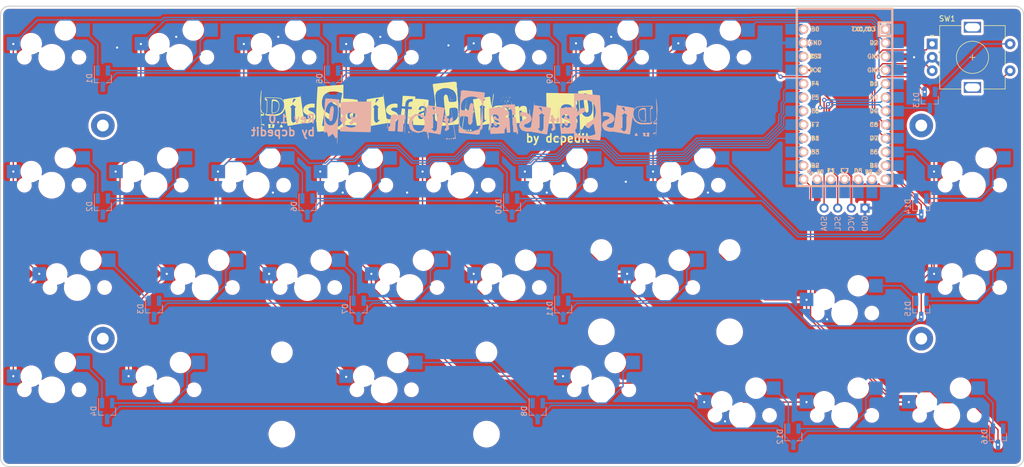
<source format=kicad_pcb>
(kicad_pcb (version 20211014) (generator pcbnew)
  (layers (0 "F.Cu" signal) (31 "B.Cu" signal) (34 "B.Paste" user) (35 "F.Paste" user) (36 "B.SilkS" user "B.Silkscreen") (37 "F.SilkS" user "F.Silkscreen") (38 "B.Mask" user) (39 "F.Mask" user) (44 "Edge.Cuts" user))
  (net 0 "")
  (net 1 "Net-(D1-Pad1)")
  (net 2 "Net-(D1-Pad2)")
  (net 3 "Row0")
  (net 4 "Net-(D2-Pad1)")
  (net 5 "Net-(D2-Pad2)")
  (net 6 "Row1")
  (net 7 "Net-(D3-Pad1)")
  (net 8 "Net-(D3-Pad2)")
  (net 9 "Row2")
  (net 10 "Net-(D4-Pad1)")
  (net 11 "Net-(D4-Pad2)")
  (net 12 "Row3")
  (net 13 "Net-(D5-Pad1)")
  (net 14 "Net-(D5-Pad2)")
  (net 15 "Net-(D6-Pad1)")
  (net 16 "Net-(D6-Pad2)")
  (net 17 "Net-(D7-Pad1)")
  (net 18 "Net-(D7-Pad2)")
  (net 19 "Net-(D8-Pad1)")
  (net 20 "Net-(D8-Pad2)")
  (net 21 "Net-(D9-Pad2)")
  (net 22 "Net-(D9-Pad1)")
  (net 23 "Net-(D10-Pad1)")
  (net 24 "Net-(D10-Pad2)")
  (net 25 "Net-(D11-Pad1)")
  (net 26 "Net-(D11-Pad2)")
  (net 27 "Net-(D12-Pad1)")
  (net 28 "Net-(D12-Pad2)")
  (net 29 "Net-(D13-Pad1)")
  (net 30 "Net-(D13-Pad2)")
  (net 31 "Net-(D14-Pad2)")
  (net 32 "Net-(D14-Pad1)")
  (net 33 "Net-(D15-Pad1)")
  (net 34 "Net-(D15-Pad2)")
  (net 36 "Net-(D16-Pad1)")
  (net 37 "GND")
  (net 38 "+5V")
  (net 39 "SCL")
  (net 40 "SDA")
  (net 41 "Col0")
  (net 42 "Col1")
  (net 43 "Col2")
  (net 44 "Col3")
  (net 45 "Col4")
  (net 46 "Col5")
  (net 47 "Col6")
  (net 48 "Col7")
  (net 49 "ENB")
  (net 50 "ENA")
  (footprint "MX_Only:MXOnly-1U-Hotswap" (layer "F.Cu") (at 61.9125 47.625)
    (fp_text reference "MX21")
    (fp_text value "MX-NoLED")
  )
  (footprint "MountingHole:MountingHole_2.2mm_M2_Pad" (layer "F.Cu") (at 33.3375 76.2)
    (fp_text reference "H2" hide)
    (fp_text value "MountingHole")
  )
  (footprint "MX_Only:MXOnly-1U-Hotswap" (layer "F.Cu") (at 90.4875 66.675)
    (fp_text reference "MX32")
    (fp_text value "MX-NoLED")
  )
  (footprint "MX_Only:MXOnly-1U-Hotswap" (layer "F.Cu") (at 47.625 23.8125)
    (fp_text reference "MX10")
    (fp_text value "MX-NoLED")
  )
  (footprint "MX_Only:MXOnly-1U-Hotswap" (layer "F.Cu") (at 52.3875 66.675)
    (fp_text reference "MX12")
    (fp_text value "MX-NoLED")
  )
  (footprint "MountingHole:MountingHole_2.2mm_M2_Pad" (layer "F.Cu") (at 185.7375 36.5125)
    (fp_text reference "H3" hide)
    (fp_text value "MountingHole")
  )
  (footprint "MX_Only:MXOnly-1U-Hotswap" (layer "F.Cu") (at 109.5375 23.8125)
    (fp_text reference "MX40")
    (fp_text value "MX-NoLED")
  )
  (footprint "Rotary_Encoder:RotaryEncoder_Alps_EC11E-Switch_Vertical_H20mm" (layer "F.Cu") (at 187.76875 21.3125)
    (fp_text reference "SW1")
    (fp_text value "Rotary_Encoder_Switch")
  )
  (footprint "dissat:logo" (layer "F.Cu") (at 93.6625 33.3375)
    (fp_text reference "G***" hide)
    (fp_text value "LOGO" hide)
  )
  (footprint "MX_Only:MXOnly-1U-Hotswap" (layer "F.Cu") (at 23.8125 47.625)
    (fp_text reference "MX01")
    (fp_text value "MX-NoLED")
  )
  (footprint "MX_Only:MXOnly-1U-Hotswap" (layer "F.Cu") (at 71.4375 66.675)
    (fp_text reference "MX22")
    (fp_text value "MX-NoLED")
  )
  (footprint "MX_Only:MXOnly-3U-Hotswap" (layer "F.Cu") (at 85.725 85.725)
    (fp_text reference "MX23")
    (fp_text value "MX-NoLED")
  )
  (footprint "MX_Only:MXOnly-1U-Hotswap" (layer "F.Cu") (at 85.725 23.8125)
    (fp_text reference "MX30")
    (fp_text value "MX-NoLED")
  )
  (footprint "MX_Only:MXOnly-1U-Hotswap" (layer "F.Cu") (at 109.5375 66.675)
    (fp_text reference "MX42")
    (fp_text value "MX-NoLED")
  )
  (footprint "MX_Only:MXOnly-1U-Hotswap" (layer "F.Cu") (at 190.5 90.4875)
    (fp_text reference "MX63")
    (fp_text value "MX-NoLED")
  )
  (footprint "MX_Only:MXOnly-1U-Hotswap" (layer "F.Cu") (at 80.9625 47.625)
    (fp_text reference "MX31")
    (fp_text value "MX-NoLED")
  )
  (footprint "MountingHole:MountingHole_2.2mm_M2_Pad" (layer "F.Cu") (at 185.7375 76.2)
    (fp_text reference "H4" hide)
    (fp_text value "MountingHole")
  )
  (footprint "MX_Only:MXOnly-1U-Hotswap" (layer "F.Cu") (at 66.675 23.8125)
    (fp_text reference "MX20")
    (fp_text value "MX-NoLED")
  )
  (footprint "MX_Only:MXOnly-1U-Hotswap" (layer "F.Cu") (at 195.2625 47.625)
    (fp_text reference "MX71")
    (fp_text value "MX-NoLED")
  )
  (footprint "MX_Only:MXOnly-1.5U-Hotswap" (layer "F.Cu") (at 142.875 47.625)
    (fp_text reference "MX61")
    (fp_text value "MX-NoLED")
  )
  (footprint "MX_Only:MXOnly-1U-Hotswap" (layer "F.Cu") (at 100.0125 47.625)
    (fp_text reference "MX41")
    (fp_text value "MX-NoLED")
  )
  (footprint "MX_Only:MXOnly-1U-Hotswap" (layer "F.Cu") (at 42.8625 47.625)
    (fp_text reference "MX11")
    (fp_text value "MX-NoLED")
  )
  (footprint "MX_Only:MXOnly-1.25U-Hotswap" (layer "F.Cu") (at 126.20625 85.725)
    (fp_text reference "MX33")
    (fp_text value "MX-NoLED")
  )
  (footprint "MX_Only:MXOnly-1U-Hotswap" (layer "F.Cu") (at 23.8125 23.8125)
    (fp_text reference "MX00")
    (fp_text value "MX-NoLED")
  )
  (footprint "MX_Only:MXOnly-1U-Hotswap" (layer "F.Cu") (at 147.6375 23.8125)
    (fp_text reference "MX60")
    (fp_text value "MX-NoLED")
  )
  (footprint "MX_Only:MXOnly-1U-Hotswap" (layer "F.Cu") (at 23.8125 85.725)
    (fp_text reference "MX03")
    (fp_text value "MX-NoLED")
  )
  (footprint "MX_Only:MXOnly-1U-Hotswap" (layer "F.Cu") (at 171.45 90.4875)
    (fp_text reference "MX53")
    (fp_text value "MX-NoLED")
  )
  (footprint "MX_Only:MXOnly-1U-Hotswap" (layer "F.Cu") (at 152.4 90.4875)
    (fp_text reference "MX43")
    (fp_text value "MX-NoLED")
  )
  (footprint "MX_Only:MXOnly-1U-Hotswap" (layer "F.Cu") (at 119.0625 47.625)
    (fp_text reference "MX51")
    (fp_text value "MX-NoLED")
  )
  (footprint "MX_Only:MXOnly-1U-Hotswap" (layer "F.Cu") (at 195.2625 66.675)
    (fp_text reference "MX72")
    (fp_text value "MX-NoLED")
  )
  (footprint "MX_Only:MXOnly-1U-Hotswap" (layer "F.Cu") (at 128.5875 23.8125)
    (fp_text reference "MX50")
    (fp_text value "MX-NoLED")
  )
  (footprint "MX_Only:MXOnly-2U-Hotswap" (layer "F.Cu") (at 138.1125 66.675)
    (fp_text reference "MX52")
    (fp_text value "MX-NoLED")
  )
  (footprint "MX_Only:MXOnly-1.25U-Hotswap" (layer "F.Cu") (at 45.24375 85.725)
    (fp_text reference "MX13")
    (fp_text value "MX-NoLED")
  )
  (footprint "Custom_Footprints:SSD1306_OLED" (layer "F.Cu") (at 171.45 34.13125 90)
    (fp_text reference "J1")
    (fp_text value "OLED")
  )
  (footprint "MX_Only:MXOnly-1U-Hotswap" (layer "F.Cu") (at 171.45 71.4375)
    (fp_text reference "MX62")
    (fp_text value "MX-NoLED")
  )
  (footprint "MX_Only:MXOnly-1.5U-Hotswap" (layer "F.Cu") (at 28.575 66.675)
    (fp_text reference "MX02")
    (fp_text value "MX-NoLED")
  )
  (footprint "MountingHole:MountingHole_2.2mm_M2_Pad" (layer "F.Cu") (at 33.3375 36.5125)
    (fp_text reference "H1" hide)
    (fp_text value "MountingHole")
  )
  (footprint "Keebio-Parts:SOT-23_Handsoldering" (layer "B.Cu") (at 34.13125 89.69375 -90)
    (fp_text reference "D4")
    (fp_text value "BAV70")
  )
  (footprint "Keebio-Parts:SOT-23_Handsoldering" (layer "B.Cu") (at 114.3 89.69375 -90)
    (fp_text reference "D8")
    (fp_text value "BAV70")
  )
  (footprint "Keebio-Parts:Elite-C-castellated-29pin-holes" (layer "B.Cu") (at 171.45 32.54375 -90)
    (fp_text reference "U1" hide)
    (fp_text value "Elite-C" hide)
  )
  (footprint "Keebio-Parts:SOT-23_Handsoldering" (layer "B.Cu") (at 119.0625 27.78125 -90)
    (fp_text reference "D9")
    (fp_text value "BAV70")
  )
  (footprint "Keebio-Parts:SOT-23_Handsoldering" (layer "B.Cu") (at 76.2 27.78125 -90)
    (fp_text reference "D5")
    (fp_text value "BAV70")
  )
  (footprint "Keebio-Parts:SOT-23_Handsoldering" (layer "B.Cu") (at 187.325 31.75 -90)
    (fp_text reference "D13")
    (fp_text value "BAV70")
  )
  (footprint "Keebio-Parts:SOT-23_Handsoldering" (layer "B.Cu") (at 42.8625 70.64375 -90)
    (fp_text reference "D3")
    (fp_text value "BAV70")
  )
  (footprint "Keebio-Parts:SOT-23_Handsoldering" (layer "B.Cu") (at 80.9625 70.64375 -90)
    (fp_text reference "D7")
    (fp_text value "BAV70")
  )
  (footprint "dissat:logo" (layer "B.Cu") (at 105.56875 34.925 180)
    (fp_text reference "G***" hide)
    (fp_text value "LOGO" hide)
  )
  (footprint "Keebio-Parts:SOT-23_Handsoldering" (layer "B.Cu") (at 71.4375 51.59375 -90)
    (fp_text reference "D6")
    (fp_text value "BAV70")
  )
  (footprint "Keebio-Parts:SOT-23_Handsoldering" (layer "B.Cu") (at 200.025 94.45625 -90)
    (fp_text reference "D16")
    (fp_text value "BAV70")
  )
  (footprint "Keebio-Parts:SOT-23_Handsoldering" (layer "B.Cu") (at 185.7375 70.64375 -90)
    (fp_text reference "D15")
    (fp_text value "BAV70")
  )
  (footprint "Keebio-Parts:SOT-23_Handsoldering" (layer "B.Cu") (at 161.925 94.45625 -90)
    (fp_text reference "D12")
    (fp_text value "BAV70")
  )
  (footprint "Keebio-Parts:SOT-23_Handsoldering" (layer "B.Cu") (at 33.3375 51.59375 -90)
    (fp_text reference "D2")
    (fp_text value "BAV70")
  )
  (footprint "Keebio-Parts:SOT-23_Handsoldering" (layer "B.Cu") (at 33.3375 27.78125 -90)
    (fp_text reference "D1")
    (fp_text value "BAV70")
  )
  (footprint "Keebio-Parts:SOT-23_Handsoldering" (layer "B.Cu") (at 185.7375 51.59375 -90)
    (fp_text reference "D14")
    (fp_text value "BAV70")
  )
  (footprint "Keebio-Parts:SOT-23_Handsoldering" (layer "B.Cu") (at 119.0625 70.64375 -90)
    (fp_text reference "D11")
    (fp_text value "BAV70")
  )
  (footprint "Keebio-Parts:SOT-23_Handsoldering" (layer "B.Cu") (at 109.5375 51.59375 -90)
    (fp_text reference "D10")
    (fp_text value "BAV70")
  )
  (gr_line (start 204.7875 15.875) (end 204.7875 98.425) (layer "Edge.Cuts") (width 0.2))
  (gr_line (start 203.2 14.2875) (end 15.875 14.2875) (layer "Edge.Cuts") (width 0.2))
  (gr_arc (start 15.875 100.0125) (mid 14.752468 99.547532) (end 14.2875 98.425) (layer "Edge.Cuts") (width 0.2))
  (gr_arc (start 204.7875 98.425) (mid 204.322532 99.547532) (end 203.2 100.0125) (layer "Edge.Cuts") (width 0.2))
  (gr_line (start 15.875 100.0125) (end 203.2 100.0125) (layer "Edge.Cuts") (width 0.2))
  (gr_arc (start 14.2875 15.875) (mid 14.752468 14.752468) (end 15.875 14.2875) (layer "Edge.Cuts") (width 0.2))
  (gr_arc (start 203.2 14.2875) (mid 204.322532 14.752468) (end 204.7875 15.875) (layer "Edge.Cuts") (width 0.2))
  (gr_line (start 14.2875 15.875) (end 14.2875 98.425) (layer "Edge.Cuts") (width 0.2))
  (gr_text "Rev 1.0\nby dcpedit" (at 73.025 36.5125) (layer "B.SilkS") (effects (font (size 1.5 1.5) (thickness 0.3)) (justify left mirror)))
  (gr_text "by dcpedit" (at 111.91875 38.89375) (layer "F.SilkS") (effects (font (size 1.5 1.5) (thickness 0.3)) (justify left)))
  (segment (start 32.3875 21.4655) (end 32.3875 26.28125) (width 0.25) (layer "B.Cu") (net 1))
  (segment (start 29.6545 18.7325) (end 32.3875 21.4655) (width 0.25) (layer "B.Cu") (net 1))
  (segment (start 51.455479 23.331475) (end 51.455479 20.744021) (width 0.25) (layer "B.Cu") (net 2))
  (segment (start 51.455479 20.744021) (end 53.467 18.7325) (width 0.25) (layer "B.Cu") (net 2))
  (segment (start 48.505704 26.28125) (end 51.455479 23.331475) (width 0.25) (layer "B.Cu") (net 2))
  (segment (start 34.2875 26.28125) (end 48.505704 26.28125) (width 0.25) (layer "B.Cu") (net 2))
  (segment (start 166.9155 27.912098) (end 166.9155 33.147) (width 0.25) (layer "F.Cu") (net 3))
  (segment (start 166.435402 27.432) (end 166.9155 27.912098) (width 0.25) (layer "F.Cu") (net 3))
  (segment (start 159.54375 27.432) (end 166.435402 27.432) (width 0.25) (layer "F.Cu") (net 3))
  (via (at 159.54375 27.432) (size 0.8) (drill 0.4) (layers "F.Cu" "B.Cu") (net 3))
  (via (at 166.9155 33.147) (size 0.8) (drill 0.4) (layers "F.Cu" "B.Cu") (net 3))
  (segment (start 121.61298 26.73077) (end 151.06923 26.73077) (width 0.25) (layer "B.Cu") (net 3))
  (segment (start 169.270555 32.64904) (end 177.90529 32.64904) (width 0.25) (layer "B.Cu") (net 3))
  (segment (start 73.64952 26.73077) (end 35.88798 26.73077) (width 0.25) (layer "B.Cu") (net 3))
  (segment (start 168.664602 33.254992) (end 169.047672 32.871922) (width 0.25) (layer "B.Cu") (net 3))
  (segment (start 119.0625 29.28125) (end 121.61298 26.73077) (width 0.25) (layer "B.Cu") (net 3))
  (segment (start 179.63375 33.25) (end 179.07 33.81375) (width 0.25) (layer "B.Cu") (net 3))
  (segment (start 167.023492 33.254992) (end 168.664602 33.254992) (width 0.25) (layer "B.Cu") (net 3))
  (segment (start 177.90529 32.64904) (end 179.07 33.81375) (width 0.25) (layer "B.Cu") (net 3))
  (segment (start 187.325 33.25) (end 179.63375 33.25) (width 0.25) (layer "B.Cu") (net 3))
  (segment (start 169.047672 32.871922) (end 169.270555 32.64904) (width 0.25) (layer "B.Cu") (net 3))
  (segment (start 151.06923 26.73077) (end 155.92152 26.73077) (width 0.25) (layer "B.Cu") (net 3))
  (segment (start 155.92152 26.73077) (end 158.84252 26.73077) (width 0.25) (layer "B.Cu") (net 3))
  (segment (start 78.75048 26.73077) (end 76.2 29.28125) (width 0.25) (layer "B.Cu") (net 3))
  (segment (start 158.84252 26.73077) (end 159.54375 27.432) (width 0.25) (layer "B.Cu") (net 3))
  (segment (start 119.0625 29.28125) (end 116.51202 26.73077) (width 0.25) (layer "B.Cu") (net 3))
  (segment (start 116.51202 26.73077) (end 78.75048 26.73077) (width 0.25) (layer "B.Cu") (net 3))
  (segment (start 35.88798 26.73077) (end 33.3375 29.28125) (width 0.25) (layer "B.Cu") (net 3))
  (segment (start 166.9155 33.147) (end 167.023492 33.254992) (width 0.25) (layer "B.Cu") (net 3))
  (segment (start 76.2 29.28125) (end 73.64952 26.73077) (width 0.25) (layer "B.Cu") (net 3))
  (segment (start 32.3875 45.278) (end 32.3875 50.09375) (width 0.25) (layer "B.Cu") (net 4))
  (segment (start 29.6545 42.545) (end 32.3875 45.278) (width 0.25) (layer "B.Cu") (net 4))
  (segment (start 43.743204 50.09375) (end 46.89475 46.942204) (width 0.25) (layer "B.Cu") (net 5))
  (segment (start 34.2875 50.09375) (end 43.743204 50.09375) (width 0.25) (layer "B.Cu") (net 5))
  (segment (start 46.89475 44.35475) (end 48.7045 42.545) (width 0.25) (layer "B.Cu") (net 5))
  (segment (start 46.89475 46.942204) (end 46.89475 44.35475) (width 0.25) (layer "B.Cu") (net 5))
  (segment (start 185.7375 53.09375) (end 185.7375 51.276968) (width 0.25) (layer "F.Cu") (net 6))
  (segment (start 180.974282 46.51375) (end 179.07 46.51375) (width 0.25) (layer "F.Cu") (net 6))
  (segment (start 185.7375 51.276968) (end 180.974282 46.51375) (width 0.25) (layer "F.Cu") (net 6))
  (via (at 185.7375 53.09375) (size 0.8) (drill 0.4) (layers "F.Cu" "B.Cu") (net 6))
  (segment (start 178.298447 57.21852) (end 162.754802 57.21852) (width 0.25) (layer "B.Cu") (net 6))
  (segment (start 106.98702 50.54327) (end 73.98798 50.54327) (width 0.25) (layer "B.Cu") (net 6))
  (segment (start 162.754802 57.21852) (end 156.079552 50.54327) (width 0.25) (layer "B.Cu") (net 6))
  (segment (start 109.5375 53.09375) (end 106.98702 50.54327) (width 0.25) (layer "B.Cu") (net 6))
  (segment (start 112.08798 50.54327) (end 109.5375 53.09375) (width 0.25) (layer "B.Cu") (net 6))
  (segment (start 185.7375 53.09375) (end 182.423218 53.09375) (width 0.25) (layer "B.Cu") (net 6))
  (segment (start 35.88798 50.54327) (end 33.3375 53.09375) (width 0.25) (layer "B.Cu") (net 6))
  (segment (start 71.4375 53.09375) (end 68.88702 50.54327) (width 0.25) (layer "B.Cu") (net 6))
  (segment (start 68.88702 50.54327) (end 35.88798 50.54327) (width 0.25) (layer "B.Cu") (net 6))
  (segment (start 73.98798 50.54327) (end 71.4375 53.09375) (width 0.25) (layer "B.Cu") (net 6))
  (segment (start 182.423218 53.09375) (end 178.298447 57.21852) (width 0.25) (layer "B.Cu") (net 6))
  (segment (start 156.079552 50.54327) (end 112.08798 50.54327) (width 0.25) (layer "B.Cu") (net 6))
  (segment (start 34.417 61.64825) (end 41.9125 69.14375) (width 0.25) (layer "B.Cu") (net 7))
  (segment (start 34.417 61.595) (end 34.417 61.64825) (width 0.25) (layer "B.Cu") (net 7))
  (segment (start 56.217979 66.193975) (end 56.217979 63.606521) (width 0.25) (layer "B.Cu") (net 8))
  (segment (start 43.8125 69.14375) (end 53.268204 69.14375) (width 0.25) (layer "B.Cu") (net 8))
  (segment (start 56.217979 63.606521) (end 58.2295 61.595) (width 0.25) (layer "B.Cu") (net 8))
  (segment (start 53.268204 69.14375) (end 56.217979 66.193975) (width 0.25) (layer "B.Cu") (net 8))
  (segment (start 187.66923 63.559906) (end 187.66923 52.57298) (width 0.25) (layer "F.Cu") (net 9))
  (segment (start 185.7375 65.491636) (end 187.66923 63.559906) (width 0.25) (layer "F.Cu") (net 9))
  (segment (start 187.66923 52.57298) (end 179.07 43.97375) (width 0.25) (layer "F.Cu") (net 9))
  (segment (start 185.7375 72.14375) (end 185.7375 65.491636) (width 0.25) (layer "F.Cu") (net 9))
  (via (at 185.7375 72.14375) (size 0.8) (drill 0.4) (layers "F.Cu" "B.Cu") (net 9))
  (segment (start 184.0625 73.81875) (end 185.7375 72.14375) (width 0.25) (layer "B.Cu") (net 9))
  (segment (start 121.61298 69.59327) (end 160.87452 69.59327) (width 0.25) (layer "B.Cu") (net 9))
  (segment (start 80.9625 72.14375) (end 78.41202 69.59327) (width 0.25) (layer "B.Cu") (net 9))
  (segment (start 119.0625 72.14375) (end 121.61298 69.59327) (width 0.25) (layer "B.Cu") (net 9))
  (segment (start 45.41298 69.59327) (end 42.8625 72.14375) (width 0.25) (layer "B.Cu") (net 9))
  (segment (start 78.41202 69.59327) (end 45.41298 69.59327) (width 0.25) (layer "B.Cu") (net 9))
  (segment (start 165.1 73.81875) (end 184.0625 73.81875) (width 0.25) (layer "B.Cu") (net 9))
  (segment (start 119.0625 72.14375) (end 116.51202 69.59327) (width 0.25) (layer "B.Cu") (net 9))
  (segment (start 116.51202 69.59327) (end 83.51298 69.59327) (width 0.25) (layer "B.Cu") (net 9))
  (segment (start 160.87452 69.59327) (end 165.1 73.81875) (width 0.25) (layer "B.Cu") (net 9))
  (segment (start 83.51298 69.59327) (end 80.9625 72.14375) (width 0.25) (layer "B.Cu") (net 9))
  (segment (start 33.18125 88.19375) (end 33.18125 84.17175) (width 0.25) (layer "B.Cu") (net 10))
  (segment (start 33.18125 84.17175) (end 29.6545 80.645) (width 0.25) (layer "B.Cu") (net 10))
  (segment (start 46.124454 88.19375) (end 49.045737 85.272467) (width 0.25) (layer "B.Cu") (net 11))
  (segment (start 49.045737 82.685013) (end 51.08575 80.645) (width 0.25) (layer "B.Cu") (net 11))
  (segment (start 49.045737 85.272467) (end 49.045737 82.685013) (width 0.25) (layer "B.Cu") (net 11))
  (segment (start 35.08125 88.19375) (end 46.124454 88.19375) (width 0.25) (layer "B.Cu") (net 11))
  (segment (start 187.466453 86.072979) (end 189.512553 88.119079) (width 0.25) (layer "F.Cu") (net 12))
  (segment (start 163.83 46.51375) (end 165.120479 47.804229) (width 0.25) (layer "F.Cu") (net 12))
  (segment (start 200.025 93.165409) (end 200.025 95.95625) (width 0.25) (layer "F.Cu") (net 12))
  (segment (start 189.512553 88.119079) (end 194.97867 88.119079) (width 0.25) (layer "F.Cu") (net 12))
  (segment (start 194.97867 88.119079) (end 200.025 93.165409) (width 0.25) (layer "F.Cu") (net 12))
  (segment (start 179.196447 86.072979) (end 187.466453 86.072979) (width 0.25) (layer "F.Cu") (net 12))
  (segment (start 165.120479 71.997011) (end 179.196447 86.072979) (width 0.25) (layer "F.Cu") (net 12))
  (segment (start 165.120479 47.804229) (end 165.120479 71.997011) (width 0.25) (layer "F.Cu") (net 12))
  (via (at 200.025 95.95625) (size 0.8) (drill 0.4) (layers "F.Cu" "B.Cu") (net 12))
  (segment (start 111.91875 88.8125) (end 36.5125 88.8125) (width 0.25) (layer "B.Cu") (net 12))
  (segment (start 197.47452 93.40577) (end 164.47548 93.40577) (width 0.25) (layer "B.Cu") (net 12))
  (segment (start 142.836748 88.64327) (end 116.85048 88.64327) (width 0.25) (layer "B.Cu") (net 12))
  (segment (start 36.5125 88.8125) (end 34.13125 91.19375) (width 0.25) (layer "B.Cu") (net 12))
  (segment (start 200.025 95.95625) (end 197.47452 93.40577) (width 0.25) (layer "B.Cu") (net 12))
  (segment (start 158.8375 92.86875) (end 147.062228 92.86875) (width 0.25) (layer "B.Cu") (net 12))
  (segment (start 164.47548 93.40577) (end 161.925 95.95625) (width 0.25) (layer "B.Cu") (net 12))
  (segment (start 161.925 95.95625) (end 158.8375 92.86875) (width 0.25) (layer "B.Cu") (net 12))
  (segment (start 147.062228 92.86875) (end 142.836748 88.64327) (width 0.25) (layer "B.Cu") (net 12))
  (segment (start 116.85048 88.64327) (end 114.3 91.19375) (width 0.25) (layer "B.Cu") (net 12))
  (segment (start 114.3 91.19375) (end 111.91875 88.8125) (width 0.25) (layer "B.Cu") (net 12))
  (segment (start 75.25 21.4655) (end 75.25 26.28125) (width 0.25) (layer "B.Cu") (net 13))
  (segment (start 72.517 18.7325) (end 75.25 21.4655) (width 0.25) (layer "B.Cu") (net 13))
  (segment (start 77.15 26.28125) (end 86.605704 26.28125) (width 0.25) (layer "B.Cu") (net 14))
  (segment (start 86.605704 26.28125) (end 89.69375 23.193204) (width 0.25) (layer "B.Cu") (net 14))
  (segment (start 89.69375 23.193204) (end 89.69375 20.60575) (width 0.25) (layer "B.Cu") (net 14))
  (segment (start 89.69375 20.60575) (end 91.567 18.7325) (width 0.25) (layer "B.Cu") (net 14))
  (segment (start 67.7545 42.545) (end 70.4875 45.278) (width 0.25) (layer "B.Cu") (net 15))
  (segment (start 70.4875 45.278) (end 70.4875 50.09375) (width 0.25) (layer "B.Cu") (net 15))
  (segment (start 72.3875 50.09375) (end 81.843204 50.09375) (width 0.25) (layer "B.Cu") (net 16))
  (segment (start 84.99475 46.942204) (end 84.99475 44.35475) (width 0.25) (layer "B.Cu") (net 16))
  (segment (start 84.99475 44.35475) (end 86.8045 42.545) (width 0.25) (layer "B.Cu") (net 16))
  (segment (start 81.843204 50.09375) (end 84.99475 46.942204) (width 0.25) (layer "B.Cu") (net 16))
  (segment (start 80.0125 64.328) (end 80.0125 69.14375) (width 0.25) (layer "B.Cu") (net 17))
  (segment (start 77.2795 61.595) (end 80.0125 64.328) (width 0.25) (layer "B.Cu") (net 17))
  (segment (start 94.317979 66.193975) (end 94.317979 63.606521) (width 0.25) (layer "B.Cu") (net 18))
  (segment (start 81.9125 69.14375) (end 91.368204 69.14375) (width 0.25) (layer "B.Cu") (net 18))
  (segment (start 94.317979 63.606521) (end 96.3295 61.595) (width 0.25) (layer "B.Cu") (net 18))
  (segment (start 91.368204 69.14375) (end 94.317979 66.193975) (width 0.25) (layer "B.Cu") (net 18))
  (segment (start 105.80125 80.645) (end 113.35 88.19375) (width 0.25) (layer "B.Cu") (net 19))
  (segment (start 91.567 80.645) (end 105.80125 80.645) (width 0.25) (layer "B.Cu") (net 19))
  (segment (start 130.20675 82.4865) (end 132.04825 80.645) (width 0.25) (layer "B.Cu") (net 20))
  (segment (start 127.086954 88.19375) (end 130.20675 85.073954) (width 0.25) (layer "B.Cu") (net 20))
  (segment (start 115.25 88.19375) (end 127.086954 88.19375) (width 0.25) (layer "B.Cu") (net 20))
  (segment (start 130.20675 85.073954) (end 130.20675 82.4865) (width 0.25) (layer "B.Cu") (net 20))
  (segment (start 132.611737 23.137717) (end 132.611737 20.550263) (width 0.25) (layer "B.Cu") (net 21))
  (segment (start 120.0125 26.28125) (end 129.468204 26.28125) (width 0.25) (layer "B.Cu") (net 21))
  (segment (start 129.468204 26.28125) (end 132.611737 23.137717) (width 0.25) (layer "B.Cu") (net 21))
  (segment (start 132.611737 20.550263) (end 134.4295 18.7325) (width 0.25) (layer "B.Cu") (net 21))
  (segment (start 118.1125 26.28125) (end 118.1125 21.4655) (width 0.25) (layer "B.Cu") (net 22))
  (segment (start 118.1125 21.4655) (end 115.3795 18.7325) (width 0.25) (layer "B.Cu") (net 22))
  (segment (start 108.5875 45.278) (end 108.5875 50.09375) (width 0.25) (layer "B.Cu") (net 23))
  (segment (start 105.8545 42.545) (end 108.5875 45.278) (width 0.25) (layer "B.Cu") (net 23))
  (segment (start 110.4875 50.09375) (end 119.943204 50.09375) (width 0.25) (layer "B.Cu") (net 24))
  (segment (start 122.892979 47.143975) (end 122.892979 44.556521) (width 0.25) (layer "B.Cu") (net 24))
  (segment (start 119.943204 50.09375) (end 122.892979 47.143975) (width 0.25) (layer "B.Cu") (net 24))
  (segment (start 122.892979 44.556521) (end 124.9045 42.545) (width 0.25) (layer "B.Cu") (net 24))
  (segment (start 118.1125 64.328) (end 118.1125 69.14375) (width 0.25) (layer "B.Cu") (net 25))
  (segment (start 115.3795 61.595) (end 118.1125 64.328) (width 0.25) (layer "B.Cu") (net 25))
  (segment (start 142.08125 66.055704) (end 142.08125 63.46825) (width 0.25) (layer "B.Cu") (net 26))
  (segment (start 120.0125 69.14375) (end 138.993204 69.14375) (width 0.25) (layer "B.Cu") (net 26))
  (segment (start 138.993204 69.14375) (end 142.08125 66.055704) (width 0.25) (layer "B.Cu") (net 26))
  (segment (start 142.08125 63.46825) (end 143.9545 61.595) (width 0.25) (layer "B.Cu") (net 26))
  (segment (start 160.975 88.1405) (end 160.975 92.95625) (width 0.25) (layer "B.Cu") (net 27))
  (segment (start 158.242 85.4075) (end 160.975 88.1405) (width 0.25) (layer "B.Cu") (net 27))
  (segment (start 162.875 92.95625) (end 172.330704 92.95625) (width 0.25) (layer "B.Cu") (net 28))
  (segment (start 175.41875 89.868204) (end 175.41875 87.28075) (width 0.25) (layer "B.Cu") (net 28))
  (segment (start 175.41875 87.28075) (end 177.292 85.4075) (width 0.25) (layer "B.Cu") (net 28))
  (segment (start 172.330704 92.95625) (end 175.41875 89.868204) (width 0.25) (layer "B.Cu") (net 28))
  (segment (start 177.83175 27.432) (end 183.557 27.432) (width 0.25) (layer "F.Cu") (net 29))
  (segment (start 183.557 27.432) (end 186.375 30.25) (width 0.25) (layer "F.Cu") (net 29))
  (via (at 177.83175 27.432) (size 0.8) (drill 0.4) (layers "F.Cu" "B.Cu") (net 29))
  (via (at 186.375 30.25) (size 0.8) (drill 0.4) (layers "F.Cu" "B.Cu") (net 29))
  (segment (start 174.171511 17.249239) (end 176.474053 17.249239) (width 0.25) (layer "B.Cu") (net 29))
  (segment (start 177.227782 18.002968) (end 177.419669 18.194855) (width 0.25) (layer "B.Cu") (net 29))
  (segment (start 153.4795 18.7325) (end 154.962761 17.249239) (width 0.25) (layer "B.Cu") (net 29))
  (segment (start 177.419669 18.194855) (end 177.419669 20.099137) (width 0.25) (layer "B.Cu") (net 29))
  (segment (start 177.869189 20.548657) (end 177.869189 27.394561) (width 0.25) (layer "B.Cu") (net 29))
  (segment (start 154.962761 17.249239) (end 174.171511 17.249239) (width 0.25) (layer "B.Cu") (net 29))
  (segment (start 176.474053 17.249239) (end 177.227782 18.002968) (width 0.25) (layer "B.Cu") (net 29))
  (segment (start 177.419669 20.099137) (end 177.869189 20.548657) (width 0.25) (layer "B.Cu") (net 29))
  (segment (start 177.869189 27.394561) (end 177.83175 27.432) (width 0.25) (layer "B.Cu") (net 29))
  (segment (start 188.275 30.25) (end 197.2125 21.3125) (width 0.25) (layer "B.Cu") (net 30))
  (segment (start 197.2125 21.3125) (end 202.26875 21.3125) (width 0.25) (layer "B.Cu") (net 30))
  (segment (start 199.092979 44.556521) (end 201.1045 42.545) (width 0.25) (layer "B.Cu") (net 31))
  (segment (start 199.092979 47.763271) (end 199.092979 44.556521) (width 0.25) (layer "B.Cu") (net 31))
  (segment (start 186.6875 50.09375) (end 196.7625 50.09375) (width 0.25) (layer "B.Cu") (net 31))
  (segment (start 196.7625 50.09375) (end 199.092979 47.763271) (width 0.25) (layer "B.Cu") (net 31))
  (segment (start 162.941 56.769) (end 148.717 42.545) (width 0.25) (layer "B.Cu") (net 32))
  (segment (start 178.11225 56.769) (end 162.941 56.769) (width 0.25) (layer "B.Cu") (net 32))
  (segment (start 184.7875 50.09375) (end 178.11225 56.769) (width 0.25) (layer "B.Cu") (net 32))
  (segment (start 182.00125 66.3575) (end 184.7875 69.14375) (width 0.25) (layer "B.Cu") (net 33))
  (segment (start 177.292 66.3575) (end 182.00125 66.3575) (width 0.25) (layer "B.Cu") (net 33))
  (segment (start 196.143204 69.14375) (end 199.092979 66.193975) (width 0.25) (layer "B.Cu") (net 34))
  (segment (start 199.092979 66.193975) (end 199.092979 63.606521) (width 0.25) (layer "B.Cu") (net 34))
  (segment (start 186.6875 69.14375) (end 196.143204 69.14375) (width 0.25) (layer "B.Cu") (net 34))
  (segment (start 199.092979 63.606521) (end 201.1045 61.595) (width 0.25) (layer "B.Cu") (net 34))
  (segment (start 196.342 85.4075) (end 199.075 88.1405) (width 0.25) (layer "B.Cu") (net 36))
  (segment (start 199.075 88.1405) (end 199.075 92.95625) (width 0.25) (layer "B.Cu") (net 36))
  (via (at 78 49) (size 0.8) (drill 0.4) (layers "F.Cu" "B.Cu") (net 37))
  (via (at 103 49) (size 0.8) (drill 0.4) (layers "F.Cu" "B.Cu") (net 37))
  (via (at 81 44) (size 0.8) (drill 0.4) (layers "F.Cu" "B.Cu") (net 37))
  (via (at 146 49) (size 0.8) (drill 0.4) (layers "F.Cu" "B.Cu") (net 37))
  (via (at 149.2 91.6) (size 0.8) (drill 0.4) (layers "F.Cu" "B.Cu") (net 37))
  (via (at 66 20) (size 0.8) (drill 0.4) (layers "F.Cu" "B.Cu") (net 37))
  (via (at 90 49) (size 0.8) (drill 0.4) (layers "F.Cu" "B.Cu") (net 37))
  (via (at 85 20) (size 0.8) (drill 0.4) (layers "F.Cu" "B.Cu") (net 37))
  (via (at 168.2 72.6) (size 0.8) (drill 0.4) (layers "F.Cu" "B.Cu") (net 37))
  (via (at 47 20) (size 0.8) (drill 0.4) (layers "F.Cu" "B.Cu") (net 37))
  (via (at 36 22) (size 0.8) (drill 0.4) (layers "F.Cu" "B.Cu") (net 37))
  (via (at 65 49) (size 0.8) (drill 0.4) (layers "F.Cu" "B.Cu") (net 37))
  (via (at 116 49) (size 0.8) (drill 0.4) (layers "F.Cu" "B.Cu") (net 37))
  (via (at 184.4 23.8) (size 0.8) (drill 0.4) (layers "F.Cu" "B.Cu") (net 37))
  (via (at 97.69475 21.59) (size 0.8) (drill 0.4) (layers "F.Cu" "B.Cu") (net 37))
  (via (at 128 20) (size 0.8) (drill 0.4) (layers "F.Cu" "B.Cu") (net 37))
  (via (at 130.71475 46.99) (size 0.8) (drill 0.4) (layers "F.Cu" "B.Cu") (net 37))
  (via (at 119 44) (size 0.8) (drill 0.4) (layers "F.Cu" "B.Cu") (net 37))
  (segment (start 167.43052 27.69877) (end 165.9255 26.19375) (width 0.381) (layer "F.Cu") (net 38))
  (segment (start 169.154511 32.115516) (end 167.43052 30.391524) (width 0.381) (layer "F.Cu") (net 38))
  (segment (start 169.154511 32.857715) (end 169.154511 32.115516) (width 0.381) (layer "F.Cu") (net 38))
  (segment (start 168.60454 43.781738) (end 168.60454 33.401) (width 0.381) (layer "F.Cu") (net 38))
  (segment (start 165.9255 26.19375) (end 163.83 26.19375) (width 0.381) (layer "F.Cu") (net 38))
  (segment (start 167.43052 30.391524) (end 167.43052 27.69877) (width 0.381) (layer "F.Cu") (net 38))
  (segment (start 168.60454 33.401) (end 168.611226 33.401) (width 0.381) (layer "F.Cu") (net 38))
  (segment (start 172.72 51.88575) (end 172.72 45.992915) (width 0.381) (layer "F.Cu") (net 38))
  (segment (start 172.72 45.992915) (end 171.939085 45.212) (width 0.381) (layer "F.Cu") (net 38))
  (segment (start 170.034802 45.212) (end 168.60454 43.781738) (width 0.381) (layer "F.Cu") (net 38))
  (segment (start 171.939085 45.212) (end 170.034802 45.212) (width 0.381) (layer "F.Cu") (net 38))
  (segment (start 168.611226 33.401) (end 169.154511 32.857715) (width 0.381) (layer "F.Cu") (net 38))
  (segment (start 168.08952 32.805461) (end 168.3645 32.530481) (width 0.25) (layer "F.Cu") (net 39))
  (segment (start 170.18 46.085546) (end 168.08952 43.995066) (width 0.25) (layer "F.Cu") (net 39))
  (segment (start 168.08952 43.995066) (end 168.08952 34.544) (width 0.25) (layer "F.Cu") (net 39))
  (segment (start 168.08952 34.544) (end 168.08952 32.805461) (width 0.25) (layer "F.Cu") (net 39))
  (segment (start 170.18 51.88575) (end 170.18 46.085546) (width 0.25) (layer "F.Cu") (net 39))
  (via (at 168.3645 32.530481) (size 0.8) (drill 0.4) (layers "F.Cu" "B.Cu") (net 39))
  (segment (start 179.07 31.27375) (end 178.14423 32.19952) (width 0.25) (layer "B.Cu") (net 39))
  (segment (start 168.3645 32.45425) (end 168.3645 32.530481) (width 0.25) (layer "B.Cu") (net 39))
  (segment (start 168.61923 32.19952) (end 168.3645 32.45425) (width 0.25) (layer "B.Cu") (net 39))
  (segment (start 178.14423 32.19952) (end 168.61923 32.19952) (width 0.25) (layer "B.Cu") (net 39))
  (segment (start 167.64 51.88575) (end 167.64 31.78175) (width 0.25) (layer "F.Cu") (net 40))
  (segment (start 167.64 31.78175) (end 167.67175 31.75) (width 0.25) (layer "F.Cu") (net 40))
  (via (at 167.67175 31.75) (size 0.8) (drill 0.4) (layers "F.Cu" "B.Cu") (net 40))
  (segment (start 167.67175 31.75) (end 176.05375 31.75) (width 0.25) (layer "B.Cu") (net 40))
  (segment (start 176.05375 31.75) (end 179.07 28.73375) (width 0.25) (layer "B.Cu") (net 40))
  (segment (start 16.66875 21.336) (end 16.66875 45.085) (width 0.25) (layer "F.Cu") (net 41))
  (segment (start 16.66875 59.309) (end 21.49475 64.135) (width 0.25) (layer "F.Cu") (net 41))
  (segment (start 16.66875 83.185) (end 16.66875 68.961) (width 0.25) (layer "F.Cu") (net 41))
  (segment (start 16.66875 68.961) (end 21.49475 64.135) (width 0.25) (layer "F.Cu") (net 41))
  (segment (start 16.66875 45.085) (end 16.66875 59.309) (width 0.25) (layer "F.Cu") (net 41))
  (via (at 16.66875 45.085) (size 0.8) (drill 0.4) (layers "F.Cu" "B.Cu") (net 41))
  (via (at 21.49475 64.135) (size 0.8) (drill 0.4) (layers "F.Cu" "B.Cu") (net 41))
  (via (at 16.66875 21.336) (size 0.8) (drill 0.4) (layers "F.Cu" "B.Cu") (net 41))
  (via (at 16.66875 83.185) (size 0.8) (drill 0.4) (layers "F.Cu" "B.Cu") (net 41))
  (segment (start 176.846449 16.350199) (end 179.07 18.57375) (width 0.25) (layer "B.Cu") (net 41))
  (segment (start 154.04576 16.350199) (end 176.846449 16.350199) (width 0.25) (layer "B.Cu") (net 41))
  (segment (start 44.710291 16.408459) (end 153.9875 16.408459) (width 0.25) (layer "B.Cu") (net 41))
  (segment (start 153.9875 16.408459) (end 154.04576 16.350199) (width 0.25) (layer "B.Cu") (net 41))
  (segment (start 44.260771 16.857979) (end 44.710291 16.408459) (width 0.25) (layer "B.Cu") (net 41))
  (segment (start 21.142021 16.857979) (end 44.260771 16.857979) (width 0.25) (layer "B.Cu") (net 41))
  (segment (start 16.7275 21.2725) (end 21.142021 16.857979) (width 0.25) (layer "B.Cu") (net 41))
  (segment (start 38.13175 71.247) (end 45.24375 64.135) (width 0.25) (layer "F.Cu") (net 42))
  (segment (start 40.41775 21.336) (end 40.41775 40.386) (width 0.25) (layer "F.Cu") (net 42))
  (segment (start 36.532979 45.899229) (end 35.71875 45.085) (width 0.25) (layer "F.Cu") (net 42))
  (segment (start 45.24375 64.135) (end 36.532979 55.424229) (width 0.25) (layer "F.Cu") (net 42))
  (segment (start 40.41775 40.386) (end 35.71875 45.085) (width 0.25) (layer "F.Cu") (net 42))
  (segment (start 38.13175 83.185) (end 38.13175 71.247) (width 0.25) (layer "F.Cu") (net 42))
  (segment (start 36.532979 55.424229) (end 36.532979 45.899229) (width 0.25) (layer "F.Cu") (net 42))
  (via (at 35.71875 45.085) (size 0.8) (drill 0.4) (layers "F.Cu" "B.Cu") (net 42))
  (via (at 40.41775 21.336) (size 0.8) (drill 0.4) (layers "F.Cu" "B.Cu") (net 42))
  (via (at 45.24375 64.135) (size 0.8) (drill 0.4) (layers "F.Cu" "B.Cu") (net 42))
  (via (at 38.13175 83.185) (size 0.8) (drill 0.4) (layers "F.Cu" "B.Cu") (net 42))
  (segment (start 177.869189 18.008657) (end 177.869189 19.912939) (width 0.25) (layer "B.Cu") (net 42))
  (segment (start 154.776564 16.799719) (end 176.660251 16.799719) (width 0.25) (layer "B.Cu") (net 42))
  (segment (start 177.869189 19.912939) (end 179.07 21.11375) (width 0.25) (layer "B.Cu") (net 42))
  (segment (start 154.718303 16.857979) (end 154.776564 16.799719) (width 0.25) (layer "B.Cu") (net 42))
  (segment (start 44.954521 16.857979) (end 154.718303 16.857979) (width 0.25) (layer "B.Cu") (net 42))
  (segment (start 40.54 21.2725) (end 44.954521 16.857979) (width 0.25) (layer "B.Cu") (net 42))
  (segment (start 176.660251 16.799719) (end 177.869189 18.008657) (width 0.25) (layer "B.Cu") (net 42))
  (segment (start 59.59475 40.259) (end 54.76875 45.085) (width 0.25) (layer "F.Cu") (net 43))
  (segment (start 78.64475 83.312) (end 64.29375 68.961) (width 0.25) (layer "F.Cu") (net 43))
  (segment (start 59.59475 21.336) (end 59.59475 40.259) (width 0.25) (layer "F.Cu") (net 43))
  (segment (start 64.29375 68.961) (end 64.29375 64.135) (width 0.25) (layer "F.Cu") (net 43))
  (segment (start 54.76875 54.61) (end 54.76875 45.085) (width 0.25) (layer "F.Cu") (net 43))
  (segment (start 64.29375 64.135) (end 54.76875 54.61) (width 0.25) (layer "F.Cu") (net 43))
  (via (at 59.59475 21.336) (size 0.8) (drill 0.4) (layers "F.Cu" "B.Cu") (net 43))
  (via (at 64.29375 64.135) (size 0.8) (drill 0.4) (layers "F.Cu" "B.Cu") (net 43))
  (via (at 78.64475 83.312) (size 0.8) (drill 0.4) (layers "F.Cu" "B.Cu") (net 43))
  (via (at 54.76875 45.085) (size 0.8) (drill 0.4) (layers "F.Cu" "B.Cu") (net 43))
  (segment (start 110.366406 42.611449) (end 107.526396 39.771439) (width 0.25) (layer "B.Cu") (net 43))
  (segment (start 88.290199 40.220959) (end 82.53985 40.220959) (width 0.25) (layer "B.Cu") (net 43))
  (segment (start 156.512959 38.84192) (end 143.924234 38.841921) (width 0.25) (layer "B.Cu") (net 43))
  (segment (start 159.203449 36.15143) (end 156.512959 38.84192) (width 0.25) (layer "B.Cu") (net 43))
  (segment (start 117.727452 41.86192) (end 113.293428 41.86192) (width 0.25) (layer "B.Cu") (net 43))
  (segment (start 162.052 28.73375) (end 161.427 28.73375) (width 0.25) (layer "B.Cu") (net 43))
  (segment (start 79.999849 42.760959) (end 75.565824 42.760959) (width 0.25) (layer "B.Cu") (net 43))
  (segment (start 107.526396 39.771439) (end 101.403653 39.771439) (width 0.25) (layer "B.Cu") (net 43))
  (segment (start 120.267456 39.321919) (end 117.727452 41.86192) (width 0.25) (layer "B.Cu") (net 43))
  (segment (start 75.565824 42.760959) (end 74.816293 43.510489) (width 0.25) (layer "B.Cu") (net 43))
  (segment (start 129.510872 42.161929) (end 126.670862 39.321919) (width 0.25) (layer "B.Cu") (net 43))
  (segment (start 71.736239 43.510489) (end 68.896229 40.670479) (width 0.25) (layer "B.Cu") (net 43))
  (segment (start 63.676047 40.670479) (end 61.136047 43.210479) (width 0.25) (layer "B.Cu") (net 43))
  (segment (start 159.203449 34.553323) (end 159.203449 36.15143) (width 0.25) (layer "B.Cu") (net 43))
  (segment (start 94.429626 42.311439) (end 93.680095 43.060969) (width 0.25) (layer "B.Cu") (net 43))
  (segment (start 112.543898 42.611449) (end 110.366406 42.611449) (width 0.25) (layer "B.Cu") (net 43))
  (segment (start 136.170201 42.161929) (end 129.510872 42.161929) (width 0.25) (layer "B.Cu") (net 43))
  (segment (start 141.353754 41.412401) (end 136.919729 41.412401) (width 0.25) (layer "B.Cu") (net 43))
  (segment (start 159.652969 32.303042) (end 159.652969 34.103802) (width 0.25) (layer "B.Cu") (net 43))
  (segment (start 101.403653 39.771439) (end 98.863652 42.311439) (width 0.25) (layer "B.Cu") (net 43))
  (segment (start 68.896229 40.670479) (end 63.676047 40.670479) (width 0.25) (layer "B.Cu") (net 43))
  (segment (start 159.652969 34.103802) (end 159.203449 34.553323) (width 0.25) (layer "B.Cu") (net 43))
  (segment (start 91.130209 43.060969) (end 88.290199 40.220959) (width 0.25) (layer "B.Cu") (net 43))
  (segment (start 98.863652 42.311439) (end 94.429626 42.311439) (width 0.25) (layer "B.Cu") (net 43))
  (segment (start 161.427 28.73375) (end 160.102489 30.058261) (width 0.25) (layer "B.Cu") (net 43))
  (segment (start 61.136047 43.210479) (end 56.702021 43.210479) (width 0.25) (layer "B.Cu") (net 43))
  (segment (start 113.293428 41.86192) (end 112.543898 42.611449) (width 0.25) (layer "B.Cu") (net 43))
  (segment (start 56.702021 43.210479) (end 54.8275 45.085) (width 0.25) (layer "B.Cu") (net 43))
  (segment (start 143.924234 38.841921) (end 141.353754 41.412401) (width 0.25) (layer "B.Cu") (net 43))
  (segment (start 82.53985 40.220959) (end 79.999849 42.760959) (width 0.25) (layer "B.Cu") (net 43))
  (segment (start 126.670862 39.321919) (end 120.267456 39.321919) (width 0.25) (layer "B.Cu") (net 43))
  (segment (start 74.816293 43.510489) (end 71.736239 43.510489) (width 0.25) (layer "B.Cu") (net 43))
  (segment (start 136.919729 41.412401) (end 136.170201 42.161929) (width 0.25) (layer "B.Cu") (net 43))
  (segment (start 93.680095 43.060969) (end 91.130209 43.060969) (width 0.25) (layer "B.Cu") (net 43))
  (segment (start 160.102489 31.853521) (end 159.652969 32.303042) (width 0.25) (layer "B.Cu") (net 43))
  (segment (start 160.102489 30.058261) (end 160.102489 31.853521) (width 0.25) (layer "B.Cu") (net 43))
  (segment (start 100.150409 83.185) (end 119.03075 83.185) (width 0.25) (layer "F.Cu") (net 44))
  (segment (start 83.34375 66.378341) (end 100.150409 83.185) (width 0.25) (layer "F.Cu") (net 44))
  (segment (start 78.64475 21.336) (end 78.64475 40.259) (width 0.25) (layer "F.Cu") (net 44))
  (segment (start 73.81875 45.085) (end 73.81875 54.61) (width 0.25) (layer "F.Cu") (net 44))
  (segment (start 78.64475 40.259) (end 73.81875 45.085) (width 0.25) (layer "F.Cu") (net 44))
  (segment (start 83.34375 64.135) (end 83.34375 66.378341) (width 0.25) (layer "F.Cu") (net 44))
  (segment (start 73.81875 54.61) (end 83.34375 64.135) (width 0.25) (layer "F.Cu") (net 44))
  (via (at 119.03075 83.185) (size 0.8) (drill 0.4) (layers "F.Cu" "B.Cu") (net 44))
  (via (at 83.34375 64.135) (size 0.8) (drill 0.4) (layers "F.Cu" "B.Cu") (net 44))
  (via (at 73.81875 45.085) (size 0.8) (drill 0.4) (layers "F.Cu" "B.Cu") (net 44))
  (via (at 78.64475 21.336) (size 0.8) (drill 0.4) (layers "F.Cu" "B.Cu") (net 44))
  (segment (start 99.04985 42.760959) (end 94.615823 42.760959) (width 0.25) (layer "B.Cu") (net 44))
  (segment (start 144.110435 39.29144) (end 141.539952 41.86192) (width 0.25) (layer "B.Cu") (net 44))
  (segment (start 94.615823 42.760959) (end 93.866293 43.510489) (width 0.25) (layer "B.Cu") (net 44))
  (segment (start 156.699157 39.29144) (end 144.110435 39.29144) (width 0.25) (layer "B.Cu") (net 44))
  (segment (start 80.186047 43.210479) (end 75.752021 43.210479) (width 0.25) (layer "B.Cu") (net 44))
  (segment (start 93.866293 43.510489) (end 90.944011 43.510489) (width 0.25) (layer "B.Cu") (net 44))
  (segment (start 160.102489 34.29) (end 159.652969 34.73952) (width 0.25) (layer "B.Cu") (net 44))
  (segment (start 159.652969 34.73952) (end 159.652969 36.337628) (width 0.25) (layer "B.Cu") (net 44))
  (segment (start 162.052 31.27375) (end 161.317978 31.27375) (width 0.25) (layer "B.Cu") (net 44))
  (segment (start 90.944011 43.510489) (end 88.104001 40.670479) (width 0.25) (layer "B.Cu") (net 44))
  (segment (start 110.180209 43.060969) (end 107.340199 40.220959) (width 0.25) (layer "B.Cu") (net 44))
  (segment (start 137.105928 41.86192) (end 136.356398 42.611449) (width 0.25) (layer "B.Cu") (net 44))
  (segment (start 159.652969 36.337628) (end 156.699157 39.29144) (width 0.25) (layer "B.Cu") (net 44))
  (segment (start 160.102489 32.489239) (end 160.102489 34.29) (width 0.25) (layer "B.Cu") (net 44))
  (segment (start 107.340199 40.220959) (end 101.58985 40.220959) (width 0.25) (layer "B.Cu") (net 44))
  (segment (start 112.730096 43.060969) (end 110.180209 43.060969) (width 0.25) (layer "B.Cu") (net 44))
  (segment (start 129.324675 42.611449) (end 126.484665 39.771439) (width 0.25) (layer "B.Cu") (net 44))
  (segment (start 113.479625 42.31144) (end 112.730096 43.060969) (width 0.25) (layer "B.Cu") (net 44))
  (segment (start 75.752021 43.210479) (end 73.8775 45.085) (width 0.25) (layer "B.Cu") (net 44))
  (segment (start 126.484665 39.771439) (end 120.453653 39.771439) (width 0.25) (layer "B.Cu") (net 44))
  (segment (start 120.453653 39.771439) (end 117.913651 42.311439) (width 0.25) (layer "B.Cu") (net 44))
  (segment (start 161.317978 31.27375) (end 160.102489 32.489239) (width 0.25) (layer "B.Cu") (net 44))
  (segment (start 136.356398 42.611449) (end 129.324675 42.611449) (width 0.25) (layer "B.Cu") (net 44))
  (segment (start 82.726047 40.670479) (end 80.186047 43.210479) (width 0.25) (layer "B.Cu") (net 44))
  (segment (start 117.913651 42.311439) (end 113.479625 42.31144) (width 0.25) (layer "B.Cu") (net 44))
  (segment (start 88.104001 40.670479) (end 82.726047 40.670479) (width 0.25) (layer "B.Cu") (net 44))
  (segment (start 101.58985 40.220959) (end 99.04985 42.760959) (width 0.25) (layer "B.Cu") (net 44))
  (segment (start 141.539952 41.86192) (end 137.105928 41.86192) (width 0.25) (layer "B.Cu") (net 44))
  (segment (start 102.39375 64.135) (end 92.86875 54.61) (width 0.25) (layer "F.Cu") (net 45))
  (segment (start 124.87275 79.756) (end 129.592229 84.475479) (width 0.25) (layer "F.Cu") (net 45))
  (segment (start 129.592229 84.475479) (end 141.784229 84.475479) (width 0.25) (layer "F.Cu") (net 45))
  (segment (start 92.86875 45.085) (end 92.86875 30.734) (width 0.25) (layer "F.Cu") (net 45))
  (segment (start 102.39375 64.135) (end 102.39375 66.378341) (width 0.25) (layer "F.Cu") (net 45))
  (segment (start 115.771409 79.756) (end 124.87275 79.756) (width 0.25) (layer "F.Cu") (net 45))
  (segment (start 141.784229 84.475479) (end 145.31975 88.011) (width 0.25) (layer "F.Cu") (net 45))
  (segment (start 102.39375 66.378341) (end 115.771409 79.756) (width 0.25) (layer "F.Cu") (net 45))
  (segment (start 92.86875 30.734) (end 102.39375 21.209) (width 0.25) (layer "F.Cu") (net 45))
  (segment (start 92.86875 54.61) (end 92.86875 45.085) (width 0.25) (layer "F.Cu") (net 45))
  (via (at 102.39375 64.135) (size 0.8) (drill 0.4) (layers "F.Cu" "B.Cu") (net 45))
  (via (at 92.86875 45.085) (size 0.8) (drill 0.4) (layers "F.Cu" "B.Cu") (net 45))
  (via (at 102.39375 21.209) (size 0.8) (drill 0.4) (layers "F.Cu" "B.Cu") (net 45))
  (via (at 145.31975 88.011) (size 0.8) (drill 0.4) (layers "F.Cu" "B.Cu") (net 45))
  (segment (start 120.63985 40.220959) (end 118.099849 42.760959) (width 0.25) (layer "B.Cu") (net 45))
  (segment (start 107.154001 40.670479) (end 101.776047 40.670479) (width 0.25) (layer "B.Cu") (net 45))
  (segment (start 129.138479 43.060969) (end 126.298469 40.220959) (width 0.25) (layer "B.Cu") (net 45))
  (segment (start 137.292125 42.31144) (end 136.542596 43.060969) (width 0.25) (layer "B.Cu") (net 45))
  (segment (start 101.776047 40.670479) (end 99.236047 43.210479) (width 0.25) (layer "B.Cu") (net 45))
  (segment (start 160.102489 35.029239) (end 160.102489 36.523826) (width 0.25) (layer "B.Cu") (net 45))
  (segment (start 118.099849 42.760959) (end 113.665824 42.760959) (width 0.25) (layer "B.Cu") (net 45))
  (segment (start 109.994011 43.510489) (end 107.154001 40.670479) (width 0.25) (layer "B.Cu") (net 45))
  (segment (start 144.296632 39.74096) (end 141.72615 42.31144) (width 0.25) (layer "B.Cu") (net 45))
  (segment (start 94.802021 43.210479) (end 92.9275 45.085) (width 0.25) (layer "B.Cu") (net 45))
  (segment (start 160.102489 36.523826) (end 156.885355 39.74096) (width 0.25) (layer "B.Cu") (net 45))
  (segment (start 156.885355 39.74096) (end 144.296632 39.74096) (width 0.25) (layer "B.Cu") (net 45))
  (segment (start 136.542596 43.060969) (end 129.138479 43.060969) (width 0.25) (layer "B.Cu") (net 45))
  (segment (start 113.665824 42.760959) (end 112.916293 43.510489) (width 0.25) (layer "B.Cu") (net 45))
  (segment (start 141.72615 42.31144) (end 137.292125 42.31144) (width 0.25) (layer "B.Cu") (net 45))
  (segment (start 162.052 33.81375) (end 161.317978 33.81375) (width 0.25) (layer "B.Cu") (net 45))
  (segment (start 99.236047 43.210479) (end 94.802021 43.210479) (width 0.25) (layer "B.Cu") (net 45))
  (segment (start 161.317978 33.81375) (end 160.102489 35.029239) (width 0.25) (layer "B.Cu") (net 45))
  (segment (start 126.298469 40.220959) (end 120.63985 40.220959) (width 0.25) (layer "B.Cu") (net 45))
  (segment (start 112.916293 43.510489) (end 109.994011 43.510489) (width 0.25) (layer "B.Cu") (net 45))
  (segment (start 130.96875 64.135) (end 127.934585 64.135) (width 0.25) (layer "F.Cu") (net 46))
  (segment (start 121.44375 35.56) (end 111.91875 45.085) (width 0.25) (layer "F.Cu") (net 46))
  (segment (start 130.96875 64.135) (end 130.96875 66.378341) (width 0.25) (layer "F.Cu") (net 46))
  (segment (start 121.44375 21.209) (end 121.44375 35.56) (width 0.25) (layer "F.Cu") (net 46))
  (segment (start 130.96875 66.378341) (end 152.601409 88.011) (width 0.25) (layer "F.Cu") (net 46))
  (segment (start 111.91875 48.119165) (end 111.91875 45.085) (width 0.25) (layer "F.Cu") (net 46))
  (segment (start 127.934585 64.135) (end 111.91875 48.119165) (width 0.25) (layer "F.Cu") (net 46))
  (segment (start 152.601409 88.011) (end 164.36975 88.011) (width 0.25) (layer "F.Cu") (net 46))
  (via (at 121.44375 21.209) (size 0.8) (drill 0.4) (layers "F.Cu" "B.Cu") (net 46))
  (via (at 111.91875 45.085) (size 0.8) (drill 0.4) (layers "F.Cu" "B.Cu") (net 46))
  (via (at 130.96875 64.135) (size 0.8) (drill 0.4) (layers "F.Cu" "B.Cu") (net 46))
  (via (at 164.36975 88.011) (size 0.8) (drill 0.4) (layers "F.Cu" "B.Cu") (net 46))
  (segment (start 113.852021 43.210479) (end 111.9775 45.085) (width 0.25) (layer "B.Cu") (net 46))
  (segment (start 157.071553 40.19048) (end 144.482829 40.19048) (width 0.25) (layer "B.Cu") (net 46))
  (segment (start 160.908283 36.35375) (end 157.071553 40.19048) (width 0.25) (layer "B.Cu") (net 46))
  (segment (start 136.728793 43.510489) (end 128.952281 43.510489) (width 0.25) (layer "B.Cu") (net 46))
  (segment (start 120.826047 40.670479) (end 118.286047 43.210479) (width 0.25) (layer "B.Cu") (net 46))
  (segment (start 144.482829 40.19048) (end 141.912349 42.760959) (width 0.25) (layer "B.Cu") (net 46))
  (segment (start 162.052 36.35375) (end 160.908283 36.35375) (width 0.25) (layer "B.Cu") (net 46))
  (segment (start 137.478324 42.760959) (end 136.728793 43.510489) (width 0.25) (layer "B.Cu") (net 46))
  (segment (start 141.912349 42.760959) (end 137.478324 42.760959) (width 0.25) (layer "B.Cu") (net 46))
  (segment (start 118.286047 43.210479) (end 113.852021 43.210479) (width 0.25) (layer "B.Cu") (net 46))
  (segment (start 128.952281 43.510489) (end 126.112271 40.670479) (width 0.25) (layer "B.Cu") (net 46))
  (segment (start 126.112271 40.670479) (end 120.826047 40.670479) (width 0.25) (layer "B.Cu") (net 46))
  (segment (start 164.36975 71.882) (end 180.49875 88.011) (width 0.25) (layer "F.Cu") (net 47))
  (segment (start 180.49875 88.011) (end 183.41975 88.011) (width 0.25) (layer "F.Cu") (net 47))
  (segment (start 135.79475 25.908) (end 140.49375 21.209) (width 0.25) (layer "F.Cu") (net 47))
  (segment (start 164.36975 68.961) (end 164.36975 71.882) (width 0.25) (layer "F.Cu") (net 47))
  (segment (start 156.636585 68.961) (end 135.79475 48.119165) (width 0.25) (layer "F.Cu") (net 47))
  (segment (start 135.79475 48.119165) (end 135.79475 45.085) (width 0.25) (layer "F.Cu") (net 47))
  (segment (start 135.79475 45.085) (end 135.79475 25.908) (width 0.25) (layer "F.Cu") (net 47))
  (segment (start 164.36975 68.961) (end 156.636585 68.961) (width 0.25) (layer "F.Cu") (net 47))
  (via (at 164.36975 68.961) (size 0.8) (drill 0.4) (layers "F.Cu" "B.Cu") (net 47))
  (via (at 183.41975 88.011) (size 0.8) (drill 0.4) (layers "F.Cu" "B.Cu") (net 47))
  (via (at 135.79475 45.085) (size 0.8) (drill 0.4) (layers "F.Cu" "B.Cu") (net 47))
  (via (at 140.49375 21.209) (size 0.8) (drill 0.4) (layers "F.Cu" "B.Cu") (net 47))
  (segment (start 135.79 45.085) (end 137.664521 43.210479) (width 0.25) (layer "B.Cu") (net 47))
  (segment (start 162.052 38.89375) (end 159.004 38.89375) (width 0.25) (layer "B.Cu") (net 47))
  (segment (start 142.098547 43.210479) (end 144.669026 40.64) (width 0.25) (layer "B.Cu") (net 47))
  (segment (start 137.664521 43.210479) (end 142.098547 43.210479) (width 0.25) (layer "B.Cu") (net 47))
  (segment (start 159.004 38.89375) (end 157.25775 40.64) (width 0.25) (layer "B.Cu") (net 47))
  (segment (start 144.669026 40.64) (end 157.25775 40.64) (width 0.25) (layer "B.Cu") (net 47))
  (segment (start 188.11875 40.4625) (end 202.26875 26.3125) (width 0.25) (layer "F.Cu") (net 48))
  (segment (start 188.11875 64.135) (end 188.11875 45.085) (width 0.25) (layer "F.Cu") (net 48))
  (segment (start 188.11875 45.085) (end 188.11875 40.4625) (width 0.25) (layer "F.Cu") (net 48))
  (via (at 188.11875 64.135) (size 0.8) (drill 0.4) (layers "F.Cu" "B.Cu") (net 48))
  (via (at 188.11875 45.085) (size 0.8) (drill 0.4) (layers "F.Cu" "B.Cu") (net 48))
  (segment (start 184.52625 41.43375) (end 180.848 41.43375) (width 0.25) (layer "B.Cu") (net 48))
  (segment (start 188.1775 45.085) (end 184.52625 41.43375) (width 0.25) (layer "B.Cu") (net 48))
  (segment (start 178.572607 22.452939) (end 176.62023 24.405316) (width 0.25) (layer "F.Cu") (net 49))
  (segment (start 176.62023 34.539698) (end 177.869189 35.788657) (width 0.25) (layer "F.Cu") (net 49))
  (segment (start 176.62023 24.405316) (end 176.62023 34.539698) (width 0.25) (layer "F.Cu") (net 49))
  (segment (start 187.76875 21.3125) (end 186.628311 22.452939) (width 0.25) (layer "F.Cu") (net 49))
  (segment (start 177.869189 37.692939) (end 179.07 38.89375) (width 0.25) (layer "F.Cu") (net 49))
  (segment (start 177.869189 35.788657) (end 177.869189 37.692939) (width 0.25) (layer "F.Cu") (net 49))
  (segment (start 186.628311 22.452939) (end 178.572607 22.452939) (width 0.25) (layer "F.Cu") (net 49))
  (segment (start 186.449189 24.992939) (end 178.572607 24.992939) (width 0.25) (layer "F.Cu") (net 50))
  (segment (start 187.76875 26.3125) (end 186.449189 24.992939) (width 0.25) (layer "F.Cu") (net 50))
  (segment (start 177.06975 34.3535) (end 179.07 36.35375) (width 0.25) (layer "F.Cu") (net 50))
  (segment (start 177.06975 26.495796) (end 177.06975 34.3535) (width 0.25) (layer "F.Cu") (net 50))
  (segment (start 178.572607 24.992939) (end 177.06975 26.495796) (width 0.25) (layer "F.Cu") (net 50))
  (zone (net 37) (net_name "GND") (layers F&B.Cu) (connect_pads (clearance 0.508)) (min_thickness 0.254) (fill yes (thermal_gap 0.508) (thermal_bridge_width 0.508))
    (polygon (pts (xy 204.7875 14.2875) (xy 204.7875 100.0125) (xy 14.2875 100.0125) (xy 14.2875 14.2875)))
  )
)
</source>
